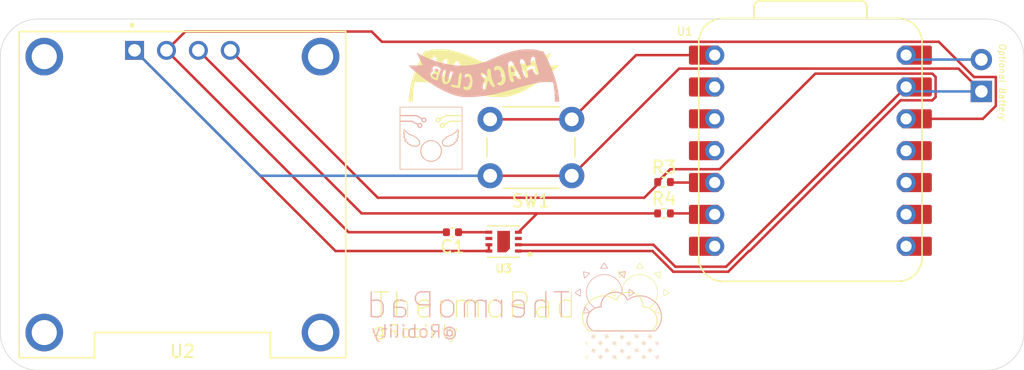
<source format=kicad_pcb>
(kicad_pcb (version 20241229) (generator "pcbnew") (generator_version "9.0")
  (layers (0 "F.Cu" signal) (2 "B.Cu" signal) (13 "F.Paste" user) (15 "B.Paste" user) (5 "F.SilkS" user "F.Silkscreen") (7 "B.SilkS" user "B.Silkscreen") (1 "F.Mask" user) (3 "B.Mask" user) (25 "Edge.Cuts" user))
  (net 0 "")
  (net 1 "+3.3V")
  (net 2 "Net-(U3-VDD)")
  (net 3 "Net-(U1-GPIO6{slash}SDA)")
  (net 4 "SDA")
  (net 5 "Net-(U1-GPIO7{slash}SCL)")
  (net 6 "SCL")
  (net 7 "GND")
  (net 8 "Net-(U1-GPIO26{slash}ADC0{slash}A0)")
  (net 20 "VBUS")
  (footprint "Resistor_SMD:R_0402_1005Metric" (layer "F.Cu") (at 142.345 69.5)
    (property "Reference" "R3" (at 0 -1.17 0) (layer "F.SilkS"))
    (property "Value" "4.7k")
    (pad "1" smd roundrect (at -0.51 0) (size 0.54 0.64) (layers "F.Cu" "F.Mask" "F.Paste") (net 4 "SDA"))
    (pad "2" smd roundrect (at 0.51 0) (size 0.54 0.64) (layers "F.Cu" "F.Mask" "F.Paste") (net 3 "Net-(U1-GPIO6{slash}SDA)"))
  )
  (footprint "footprints:XDCR_SHT30-DIS-B2.5KS" (layer "F.Cu") (at 129.575 74.25 180)
    (property "Reference" "U3" (at 0 -2.1564 0) (layer "F.SilkS") (effects (font (size 0.64 0.64))))
    (property "Value" "SHT30-DIS-B2.5KS")
    (pad "1" smd roundrect (at -1.175 -0.75 180) (size 0.55 0.25) (layers "F.Cu" "F.Paste") (net 4 "SDA"))
    (pad "2" smd roundrect (at -1.175 -0.25 180) (size 0.55 0.25) (layers "F.Cu" "F.Paste") (roundrect_rratio 0.1) (net 7 "GND"))
    (pad "3" smd roundrect (at -1.175 0.25 180) (size 0.55 0.25) (layers "F.Cu" "F.Paste") (roundrect_rratio 0.1))
    (pad "4" smd roundrect (at -1.175 0.75 180) (size 0.55 0.25) (layers "F.Cu" "F.Paste") (roundrect_rratio 0.1) (net 6 "SCL"))
    (pad "5" smd roundrect (at 1.175 0.75 180) (size 0.55 0.25) (layers "F.Cu" "F.Paste") (roundrect_rratio 0.1) (net 2 "Net-(U3-VDD)"))
    (pad "6" smd roundrect (at 1.175 0.25 180) (size 0.55 0.25) (layers "F.Cu" "F.Paste") (roundrect_rratio 0.1))
    (pad "7" smd roundrect (at 1.175 -0.25 180) (size 0.55 0.25) (layers "F.Cu" "F.Paste") (roundrect_rratio 0.1) (net 7 "GND"))
    (pad "8" smd roundrect (at 1.175 -0.75 180) (size 0.55 0.25) (layers "F.Cu" "F.Paste") (roundrect_rratio 0.1) (net 7 "GND"))
    (pad "9" smd custom (at 0 0 180) (size 1 1) (layers "F.Cu") (options (clearance outline) (anchor rect)) (primitives (gr_poly (pts (xy -0.5 -0.55) (xy -0.2 -0.85) (xy 0.5 -0.85) (xy 0.5 0.85) (xy -0.5 0.85)) (width 0.01) (fill yes))))
  )
  (footprint "Capacitor_SMD:C_0402_1005Metric" (layer "F.Cu") (at 125.5 73.5 180)
    (property "Reference" "C1" (at 0 -1.16 180) (layer "F.SilkS"))
    (property "Value" "100nf")
    (pad "1" smd roundrect (at -0.48 0 180) (size 0.56 0.62) (layers "F.Cu" "F.Mask" "F.Paste") (net 2 "Net-(U3-VDD)"))
    (pad "2" smd roundrect (at 0.48 0 180) (size 0.56 0.62) (layers "F.Cu" "F.Mask" "F.Paste") (net 1 "+3.3V"))
  )
  (footprint "footprints:XIAO-RP2040-DIP" (layer "F.Cu") (at 154 67)
    (property "Reference" "U1" (at -10 -9.5 0) (layer "F.SilkS") (effects (font (size 0.635 0.635) (thickness 0.1016))))
    (property "Value" "XIAO-RP2040-DIP")
    (pad "1" smd roundrect (at -8.455 -7.62 180) (size 2.432 1.524) (layers "F.Cu" "F.Mask") (roundrect_rratio 0.1) (net 8 "Net-(U1-GPIO26{slash}ADC0{slash}A0)"))
    (pad "1" thru_hole circle (at -7.62 -7.62 180) (size 1.524 1.524) (drill 0.889) (layers "*.Cu" "*.Mask") (net 8 "Net-(U1-GPIO26{slash}ADC0{slash}A0)"))
    (pad "2" smd roundrect (at -8.455 -5.08 180) (size 2.432 1.524) (layers "F.Cu" "F.Mask") (roundrect_rratio 0.1))
    (pad "2" thru_hole circle (at -7.62 -5.08 180) (size 1.524 1.524) (drill 0.889) (layers "*.Cu" "*.Mask"))
    (pad "3" smd roundrect (at -8.455 -2.54 180) (size 2.432 1.524) (layers "F.Cu" "F.Mask") (roundrect_rratio 0.1))
    (pad "3" thru_hole circle (at -7.62 -2.54 180) (size 1.524 1.524) (drill 0.889) (layers "*.Cu" "*.Mask"))
    (pad "4" smd roundrect (at -8.455 0 180) (size 2.432 1.524) (layers "F.Cu" "F.Mask") (roundrect_rratio 0.1))
    (pad "4" thru_hole circle (at -7.62 0 180) (size 1.524 1.524) (drill 0.889) (layers "*.Cu" "*.Mask"))
    (pad "5" smd roundrect (at -8.455 2.54 180) (size 2.432 1.524) (layers "F.Cu" "F.Mask") (roundrect_rratio 0.1) (net 3 "Net-(U1-GPIO6{slash}SDA)"))
    (pad "5" thru_hole circle (at -7.62 2.54 180) (size 1.524 1.524) (drill 0.889) (layers "*.Cu" "*.Mask") (net 3 "Net-(U1-GPIO6{slash}SDA)"))
    (pad "6" smd roundrect (at -8.455 5.08 180) (size 2.432 1.524) (layers "F.Cu" "F.Mask") (roundrect_rratio 0.1) (net 5 "Net-(U1-GPIO7{slash}SCL)"))
    (pad "6" thru_hole circle (at -7.62 5.08 180) (size 1.524 1.524) (drill 0.889) (layers "*.Cu" "*.Mask") (net 5 "Net-(U1-GPIO7{slash}SCL)"))
    (pad "7" smd roundrect (at -8.455 7.62 180) (size 2.432 1.524) (layers "F.Cu" "F.Mask") (roundrect_rratio 0.1))
    (pad "7" thru_hole circle (at -7.62 7.62 180) (size 1.524 1.524) (drill 0.889) (layers "*.Cu" "*.Mask"))
    (pad "8" thru_hole circle (at 7.62 7.62) (size 1.524 1.524) (drill 0.889) (layers "*.Cu" "*.Mask"))
    (pad "8" smd roundrect (at 8.455 7.62) (size 2.432 1.524) (layers "F.Cu" "F.Mask") (roundrect_rratio 0.1))
    (pad "9" thru_hole circle (at 7.62 5.08) (size 1.524 1.524) (drill 0.889) (layers "*.Cu" "*.Mask"))
    (pad "9" smd roundrect (at 8.455 5.08) (size 2.432 1.524) (layers "F.Cu" "F.Mask") (roundrect_rratio 0.1))
    (pad "10" thru_hole circle (at 7.62 2.54) (size 1.524 1.524) (drill 0.889) (layers "*.Cu" "*.Mask"))
    (pad "10" smd roundrect (at 8.455 2.54) (size 2.432 1.524) (layers "F.Cu" "F.Mask") (roundrect_rratio 0.1))
    (pad "11" thru_hole circle (at 7.62 0) (size 1.524 1.524) (drill 0.889) (layers "*.Cu" "*.Mask"))
    (pad "11" smd roundrect (at 8.455 0) (size 2.432 1.524) (layers "F.Cu" "F.Mask") (roundrect_rratio 0.1))
    (pad "12" thru_hole circle (at 7.62 -2.54) (size 1.524 1.524) (drill 0.889) (layers "*.Cu" "*.Mask") (net 1 "+3.3V"))
    (pad "12" smd roundrect (at 8.455 -2.54) (size 2.432 1.524) (layers "F.Cu" "F.Mask") (roundrect_rratio 0.1) (net 1 "+3.3V"))
    (pad "13" thru_hole circle (at 7.62 -5.08) (size 1.524 1.524) (drill 0.889) (layers "*.Cu" "*.Mask") (net 7 "GND"))
    (pad "13" smd roundrect (at 8.455 -5.08) (size 2.432 1.524) (layers "F.Cu" "F.Mask") (roundrect_rratio 0.1) (net 7 "GND"))
    (pad "14" thru_hole circle (at 7.62 -7.62) (size 1.524 1.524) (drill 0.889) (layers "*.Cu" "*.Mask") (net 20 "VBUS"))
    (pad "14" smd roundrect (at 8.455 -7.62) (size 2.432 1.524) (layers "F.Cu" "F.Mask") (roundrect_rratio 0.1) (net 20 "VBUS"))
  )
  (footprint "footprints:ThermoPad" (layer "F.Cu") (at 139 79.5)
    (property "Reference" "G***" (hide yes))
    (property "Value" "LOGO" (hide yes))
  )
  (footprint "LOGO" (layer "F.Cu") (at 128 61)
    (property "Reference" "G***" (hide yes))
    (property "Value" "LOGO" (hide yes))
  )
  (footprint "footprints:MODULE_DM-OLED096-636" (layer "F.Cu") (at 104 70.5)
    (property "Reference" "U2" (at 0 12.5 0) (layer "F.SilkS"))
    (property "Value" "DM-OLED096-636")
    (pad "1" thru_hole rect (at -3.81 -11.5) (size 1.508 1.508) (drill 1) (layers "*.Cu" "*.Mask") (net 7 "GND"))
    (pad "2" thru_hole circle (at -1.27 -11.5) (size 1.508 1.508) (drill 1) (layers "*.Cu" "*.Mask") (net 1 "+3.3V"))
    (pad "3" thru_hole circle (at 1.27 -11.5) (size 1.508 1.508) (drill 1) (layers "*.Cu" "*.Mask") (net 6 "SCL"))
    (pad "4" thru_hole circle (at 3.81 -11.5) (size 1.508 1.508) (drill 1) (layers "*.Cu" "*.Mask") (net 4 "SDA"))
    (pad "S1" thru_hole circle (at -11 -11) (size 3 3) (drill 2) (layers "*.Cu" "*.Mask"))
    (pad "S2" thru_hole circle (at 11 -11) (size 3 3) (drill 2) (layers "*.Cu" "*.Mask"))
    (pad "S3" thru_hole circle (at 11 11) (size 3 3) (drill 2) (layers "*.Cu" "*.Mask"))
    (pad "S4" thru_hole circle (at -11 11) (size 3 3) (drill 2) (layers "*.Cu" "*.Mask"))
  )
  (footprint "Button_Switch_THT:SW_PUSH_6mm_H4.3mm" (layer "F.Cu") (at 135 69 180)
    (property "Reference" "SW1" (at 3.25 -2 0) (layer "F.SilkS"))
    (property "Value" "SW_Push")
    (pad "1" thru_hole circle (at 0 0 270) (size 2 2) (drill 1.1) (layers "*.Cu" "*.Mask") (net 7 "GND"))
    (pad "1" thru_hole circle (at 6.5 0 270) (size 2 2) (drill 1.1) (layers "*.Cu" "*.Mask") (net 7 "GND"))
    (pad "2" thru_hole circle (at 0 4.5 270) (size 2 2) (drill 1.1) (layers "*.Cu" "*.Mask") (net 8 "Net-(U1-GPIO26{slash}ADC0{slash}A0)"))
    (pad "2" thru_hole circle (at 6.5 4.5 270) (size 2 2) (drill 1.1) (layers "*.Cu" "*.Mask") (net 8 "Net-(U1-GPIO26{slash}ADC0{slash}A0)"))
  )
  (footprint "Resistor_SMD:R_0402_1005Metric" (layer "F.Cu") (at 142.345 72)
    (property "Reference" "R4" (at 0 -1.17 0) (layer "F.SilkS"))
    (property "Value" "4.7k")
    (pad "1" smd roundrect (at -0.51 0) (size 0.54 0.64) (layers "F.Cu" "F.Mask" "F.Paste") (net 6 "SCL"))
    (pad "2" smd roundrect (at 0.51 0) (size 0.54 0.64) (layers "F.Cu" "F.Mask" "F.Paste") (net 5 "Net-(U1-GPIO7{slash}SCL)"))
  )
  (footprint "footprints:Hermes" (layer "F.Cu") (at 123.8 66)
    (property "Reference" "G***" (hide yes))
    (property "Value" "LOGO" (hide yes))
  )
  (footprint "Connector_PinHeader_2.54mm:PinHeader_1x02_P2.54mm_Horizontal" (layer "B.Cu") (at 167.615 62.275)
    (property "Reference" "J1" (hide yes))
    (property "Value" "Conn_02x01")
    (pad "1" thru_hole rect (at 0 0) (size 1.7 1.7) (drill 1) (layers "*.Cu" "*.Mask") (net 7 "GND"))
    (pad "2" thru_hole circle (at 0 -2.54) (size 1.7 1.7) (drill 1) (layers "*.Cu" "*.Mask") (net 20 "VBUS"))
  )
  (footprint "footprints:ThermoPad" (layer "B.Cu") (at 139 79.5 180)
    (property "Reference" "G***" (hide yes))
    (property "Value" "LOGO" (hide yes))
  )
  (footprint "footprints:Hermes" (layer "B.Cu") (at 123.8 66 180)
    (property "Reference" "G***" (hide yes))
    (property "Value" "LOGO" (hide yes))
  )
  (footprint "LOGO" (layer "B.Cu") (at 128 61 180)
    (property "Reference" "G***" (hide yes))
    (property "Value" "LOGO" (hide yes))
  )
  (gr_line (start 89.5 81.5) (end 89.5 59.5) (stroke (width 0.05)) (layer "Edge.Cuts"))
  (gr_arc (start 89.5 59.5) (mid 90.37868 57.37868) (end 92.5 56.5) (stroke (width 0.05)) (layer "Edge.Cuts"))
  (gr_arc (start 92.5 84.5) (mid 90.37868 83.62132) (end 89.5 81.5) (stroke (width 0.05)) (layer "Edge.Cuts"))
  (gr_arc (start 168 56.5) (mid 170.12132 57.37868) (end 171 59.5) (stroke (width 0.05)) (layer "Edge.Cuts"))
  (gr_line (start 168 84.5) (end 92.5 84.5) (stroke (width 0.05)) (layer "Edge.Cuts"))
  (gr_line (start 92.5 56.5) (end 168 56.5) (stroke (width 0.05)) (layer "Edge.Cuts"))
  (gr_line (start 171 59.5) (end 171 81.5) (stroke (width 0.05)) (layer "Edge.Cuts"))
  (gr_arc (start 171 81.5) (mid 170.12132 83.62132) (end 168 84.5) (stroke (width 0.05)) (layer "Edge.Cuts"))
  (gr_text "@Robility" (at 119 82 0) (layer "F.SilkS") (effects (font (size 1 1) (thickness 0.1)) (justify left bottom)))
  (gr_text "ThermoPad\n" (at 119 80.5 0) (layer "F.SilkS") (effects (font (size 2 2) (thickness 0.1)) (justify left bottom)))
  (gr_text "Optional Battery" (at 169 58.4 270) (layer "F.SilkS") (effects (font (size 0.5 0.5) (thickness 0.08) (italic yes)) (justify left bottom)))
  (gr_text "@Robility" (at 126 82 -0) (layer "B.SilkS") (effects (font (size 1 1) (thickness 0.1)) (justify left bottom mirror)))
  (gr_text "ThermoPad\n" (at 135 80.5 -0) (layer "B.SilkS") (effects (font (size 2 2) (thickness 0.1)) (justify left bottom mirror)))
  (segment (start 117.23 73.5) (end 102.73 59) (width 0.2) (layer "F.Cu") (net 1))
  (segment (start 119.882996 58.317) (end 164.2241 58.317) (width 0.2) (layer "F.Cu") (net 1))
  (segment (start 167.732 64.46) (end 161.62 64.46) (width 0.2) (layer "F.Cu") (net 1))
  (segment (start 164.2241 58.317) (end 167.0311 61.124) (width 0.2) (layer "F.Cu") (net 1))
  (segment (start 167.0311 61.124) (end 168.766 61.124) (width 0.2) (layer "F.Cu") (net 1))
  (segment (start 168.766 61.124) (end 168.766 63.426) (width 0.2) (layer "F.Cu") (net 1))
  (segment (start 119.882996 58.317) (end 119.065996 57.5) (width 0.2) (layer "F.Cu") (net 1))
  (segment (start 119.065996 57.5) (end 104.23 57.5) (width 0.2) (layer "F.Cu") (net 1))
  (segment (start 125.02 73.5) (end 117.23 73.5) (width 0.2) (layer "F.Cu") (net 1))
  (segment (start 168.766 63.426) (end 167.732 64.46) (width 0.2) (layer "F.Cu") (net 1))
  (segment (start 104.23 57.5) (end 102.73 59) (width 0.2) (layer "F.Cu") (net 1))
  (segment (start 125.98 73.5) (end 128.4 73.5) (width 0.2) (layer "F.Cu") (net 2))
  (segment (start 145.545 69.54) (end 142.705 69.54) (width 0.2) (layer "F.Cu") (net 3))
  (segment (start 142.705 69.54) (end 142.665 69.5) (width 0.2) (layer "F.Cu") (net 3))
  (segment (start 163.972 61.118374) (end 163.710626 60.857) (width 0.2) (layer "F.Cu") (net 4))
  (segment (start 163.710626 60.857) (end 154.393 60.857) (width 0.2) (layer "F.Cu") (net 4))
  (segment (start 154.393 60.857) (end 146.773 68.477) (width 0.2) (layer "F.Cu") (net 4))
  (segment (start 143.0839 76.651) (end 147.4561 76.651) (width 0.2) (layer "F.Cu") (net 4))
  (segment (start 146.773 68.477) (end 142.848001 68.477) (width 0.2) (layer "F.Cu") (net 4))
  (segment (start 147.4561 76.651) (end 149.1071 75) (width 0.2) (layer "F.Cu") (net 4))
  (segment (start 119.56 70.75) (end 107.81 59) (width 0.2) (layer "F.Cu") (net 4))
  (segment (start 142.025 69.300001) (end 142.025 69.5) (width 0.2) (layer "F.Cu") (net 4))
  (segment (start 163.710626 62.983) (end 163.972 62.721626) (width 0.2) (layer "F.Cu") (net 4))
  (segment (start 163.972 62.721626) (end 163.972 61.118374) (width 0.2) (layer "F.Cu") (net 4))
  (segment (start 142.848001 68.477) (end 142.025 69.300001) (width 0.2) (layer "F.Cu") (net 4))
  (segment (start 149.1071 75) (end 149.16269 75) (width 0.2) (layer "F.Cu") (net 4))
  (segment (start 141.4329 75) (end 143.0839 76.651) (width 0.2) (layer "F.Cu") (net 4))
  (segment (start 161.17969 62.983) (end 163.710626 62.983) (width 0.2) (layer "F.Cu") (net 4))
  (segment (start 130.75 75) (end 141.4329 75) (width 0.2) (layer "F.Cu") (net 4))
  (segment (start 140.775 70.75) (end 119.56 70.75) (width 0.2) (layer "F.Cu") (net 4))
  (segment (start 142.025 69.5) (end 140.775 70.75) (width 0.2) (layer "F.Cu") (net 4))
  (segment (start 149.16269 75) (end 161.17969 62.983) (width 0.2) (layer "F.Cu") (net 4))
  (segment (start 145.465 72) (end 145.545 72.08) (width 0.2) (layer "F.Cu") (net 5))
  (segment (start 142.665 72) (end 145.465 72) (width 0.2) (layer "F.Cu") (net 5))
  (segment (start 132.25 72) (end 118.27 72) (width 0.2) (layer "F.Cu") (net 6))
  (segment (start 132.25 72) (end 130.75 73.5) (width 0.2) (layer "F.Cu") (net 6))
  (segment (start 142.025 72) (end 132.25 72) (width 0.2) (layer "F.Cu") (net 6))
  (segment (start 118.27 72) (end 105.27 59) (width 0.2) (layer "F.Cu") (net 6))
  (segment (start 143.544 60.456) (end 165.796 60.456) (width 0.2) (layer "F.Cu") (net 7))
  (segment (start 165.796 60.456) (end 167.615 62.275) (width 0.2) (layer "F.Cu") (net 7))
  (segment (start 135 69) (end 128.5 69) (width 0.2) (layer "F.Cu") (net 7))
  (segment (start 135 69) (end 143.544 60.456) (width 0.2) (layer "F.Cu") (net 7))
  (segment (start 143.25 76.25) (end 141.5 74.5) (width 0.2) (layer "F.Cu") (net 7))
  (segment (start 116.19 75) (end 100.19 59) (width 0.2) (layer "F.Cu") (net 7))
  (segment (start 128.4 75) (end 116.19 75) (width 0.2) (layer "F.Cu") (net 7))
  (segment (start 161.62 61.92) (end 147.29 76.25) (width 0.2) (layer "F.Cu") (net 7))
  (segment (start 147.29 76.25) (end 143.25 76.25) (width 0.2) (layer "F.Cu") (net 7))
  (segment (start 141.5 74.5) (end 130.75 74.5) (width 0.2) (layer "F.Cu") (net 7))
  (segment (start 128.4 74.5) (end 128.4 75) (width 0.2) (layer "F.Cu") (net 7))
  (segment (start 128.5 69) (end 110.19 69) (width 0.2) (layer "B.Cu") (net 7))
  (segment (start 110.19 69) (end 100.19 59) (width 0.2) (layer "B.Cu") (net 7))
  (segment (start 167.615 62.275) (end 161.975 62.275) (width 0.2) (layer "B.Cu") (net 7))
  (segment (start 161.975 62.275) (end 161.62 61.92) (width 0.2) (layer "B.Cu") (net 7))
  (segment (start 140.12 59.38) (end 145.545 59.38) (width 0.2) (layer "F.Cu") (net 8))
  (segment (start 128.5 64.5) (end 135 64.5) (width 0.2) (layer "F.Cu") (net 8))
  (segment (start 135 64.5) (end 140.12 59.38) (width 0.2) (layer "F.Cu") (net 8))
  (segment (start 161.975 59.735) (end 161.62 59.38) (width 0.2) (layer "B.Cu") (net 20))
  (segment (start 167.615 59.735) (end 161.975 59.735) (width 0.2) (layer "B.Cu") (net 20))
)
</source>
